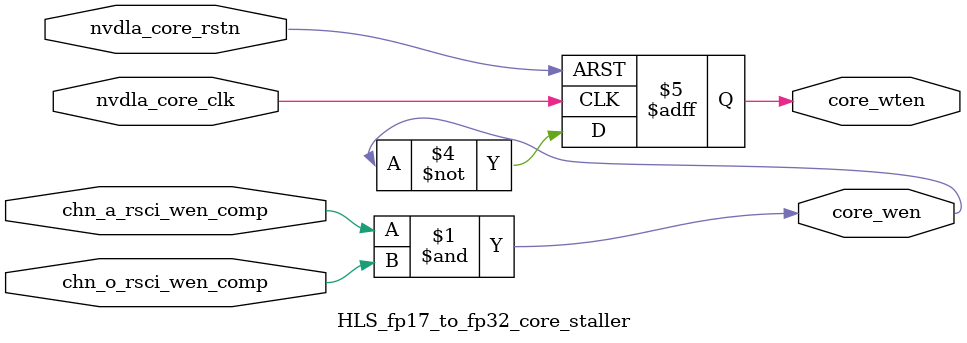
<source format=v>
module HLS_fp17_to_fp32_core_staller (
  nvdla_core_clk, nvdla_core_rstn, core_wen, chn_a_rsci_wen_comp, core_wten, chn_o_rsci_wen_comp
);
  input nvdla_core_clk;
  input nvdla_core_rstn;
  output core_wen;
  input chn_a_rsci_wen_comp;
  output core_wten;
  reg core_wten;
  input chn_o_rsci_wen_comp;
  assign core_wen = chn_a_rsci_wen_comp & chn_o_rsci_wen_comp;
  always @(posedge nvdla_core_clk or negedge nvdla_core_rstn) begin
    if ( ~ nvdla_core_rstn ) begin
      core_wten <= 1'b0;
    end
    else begin
      core_wten <= ~ core_wen;
    end
  end
endmodule
</source>
